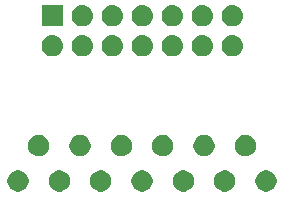
<source format=gbr>
G04 #@! TF.GenerationSoftware,KiCad,Pcbnew,(5.1.4-0-10_14)*
G04 #@! TF.CreationDate,2020-01-20T15:07:35+01:00*
G04 #@! TF.ProjectId,SIOSocket,53494f53-6f63-46b6-9574-2e6b69636164,rev?*
G04 #@! TF.SameCoordinates,Original*
G04 #@! TF.FileFunction,Soldermask,Bot*
G04 #@! TF.FilePolarity,Negative*
%FSLAX46Y46*%
G04 Gerber Fmt 4.6, Leading zero omitted, Abs format (unit mm)*
G04 Created by KiCad (PCBNEW (5.1.4-0-10_14)) date 2020-01-20 15:07:35*
%MOMM*%
%LPD*%
G04 APERTURE LIST*
%ADD10C,0.100000*%
G04 APERTURE END LIST*
D10*
G36*
X158413512Y-99603927D02*
G01*
X158562812Y-99633624D01*
X158726784Y-99701544D01*
X158874354Y-99800147D01*
X158999853Y-99925646D01*
X159098456Y-100073216D01*
X159166376Y-100237188D01*
X159201000Y-100411259D01*
X159201000Y-100588741D01*
X159166376Y-100762812D01*
X159098456Y-100926784D01*
X158999853Y-101074354D01*
X158874354Y-101199853D01*
X158726784Y-101298456D01*
X158562812Y-101366376D01*
X158413512Y-101396073D01*
X158388742Y-101401000D01*
X158211258Y-101401000D01*
X158186488Y-101396073D01*
X158037188Y-101366376D01*
X157873216Y-101298456D01*
X157725646Y-101199853D01*
X157600147Y-101074354D01*
X157501544Y-100926784D01*
X157433624Y-100762812D01*
X157399000Y-100588741D01*
X157399000Y-100411259D01*
X157433624Y-100237188D01*
X157501544Y-100073216D01*
X157600147Y-99925646D01*
X157725646Y-99800147D01*
X157873216Y-99701544D01*
X158037188Y-99633624D01*
X158186488Y-99603927D01*
X158211258Y-99599000D01*
X158388742Y-99599000D01*
X158413512Y-99603927D01*
X158413512Y-99603927D01*
G37*
G36*
X154913512Y-99603927D02*
G01*
X155062812Y-99633624D01*
X155226784Y-99701544D01*
X155374354Y-99800147D01*
X155499853Y-99925646D01*
X155598456Y-100073216D01*
X155666376Y-100237188D01*
X155701000Y-100411259D01*
X155701000Y-100588741D01*
X155666376Y-100762812D01*
X155598456Y-100926784D01*
X155499853Y-101074354D01*
X155374354Y-101199853D01*
X155226784Y-101298456D01*
X155062812Y-101366376D01*
X154913512Y-101396073D01*
X154888742Y-101401000D01*
X154711258Y-101401000D01*
X154686488Y-101396073D01*
X154537188Y-101366376D01*
X154373216Y-101298456D01*
X154225646Y-101199853D01*
X154100147Y-101074354D01*
X154001544Y-100926784D01*
X153933624Y-100762812D01*
X153899000Y-100588741D01*
X153899000Y-100411259D01*
X153933624Y-100237188D01*
X154001544Y-100073216D01*
X154100147Y-99925646D01*
X154225646Y-99800147D01*
X154373216Y-99701544D01*
X154537188Y-99633624D01*
X154686488Y-99603927D01*
X154711258Y-99599000D01*
X154888742Y-99599000D01*
X154913512Y-99603927D01*
X154913512Y-99603927D01*
G37*
G36*
X151413512Y-99603927D02*
G01*
X151562812Y-99633624D01*
X151726784Y-99701544D01*
X151874354Y-99800147D01*
X151999853Y-99925646D01*
X152098456Y-100073216D01*
X152166376Y-100237188D01*
X152201000Y-100411259D01*
X152201000Y-100588741D01*
X152166376Y-100762812D01*
X152098456Y-100926784D01*
X151999853Y-101074354D01*
X151874354Y-101199853D01*
X151726784Y-101298456D01*
X151562812Y-101366376D01*
X151413512Y-101396073D01*
X151388742Y-101401000D01*
X151211258Y-101401000D01*
X151186488Y-101396073D01*
X151037188Y-101366376D01*
X150873216Y-101298456D01*
X150725646Y-101199853D01*
X150600147Y-101074354D01*
X150501544Y-100926784D01*
X150433624Y-100762812D01*
X150399000Y-100588741D01*
X150399000Y-100411259D01*
X150433624Y-100237188D01*
X150501544Y-100073216D01*
X150600147Y-99925646D01*
X150725646Y-99800147D01*
X150873216Y-99701544D01*
X151037188Y-99633624D01*
X151186488Y-99603927D01*
X151211258Y-99599000D01*
X151388742Y-99599000D01*
X151413512Y-99603927D01*
X151413512Y-99603927D01*
G37*
G36*
X147913512Y-99603927D02*
G01*
X148062812Y-99633624D01*
X148226784Y-99701544D01*
X148374354Y-99800147D01*
X148499853Y-99925646D01*
X148598456Y-100073216D01*
X148666376Y-100237188D01*
X148701000Y-100411259D01*
X148701000Y-100588741D01*
X148666376Y-100762812D01*
X148598456Y-100926784D01*
X148499853Y-101074354D01*
X148374354Y-101199853D01*
X148226784Y-101298456D01*
X148062812Y-101366376D01*
X147913512Y-101396073D01*
X147888742Y-101401000D01*
X147711258Y-101401000D01*
X147686488Y-101396073D01*
X147537188Y-101366376D01*
X147373216Y-101298456D01*
X147225646Y-101199853D01*
X147100147Y-101074354D01*
X147001544Y-100926784D01*
X146933624Y-100762812D01*
X146899000Y-100588741D01*
X146899000Y-100411259D01*
X146933624Y-100237188D01*
X147001544Y-100073216D01*
X147100147Y-99925646D01*
X147225646Y-99800147D01*
X147373216Y-99701544D01*
X147537188Y-99633624D01*
X147686488Y-99603927D01*
X147711258Y-99599000D01*
X147888742Y-99599000D01*
X147913512Y-99603927D01*
X147913512Y-99603927D01*
G37*
G36*
X144413512Y-99603927D02*
G01*
X144562812Y-99633624D01*
X144726784Y-99701544D01*
X144874354Y-99800147D01*
X144999853Y-99925646D01*
X145098456Y-100073216D01*
X145166376Y-100237188D01*
X145201000Y-100411259D01*
X145201000Y-100588741D01*
X145166376Y-100762812D01*
X145098456Y-100926784D01*
X144999853Y-101074354D01*
X144874354Y-101199853D01*
X144726784Y-101298456D01*
X144562812Y-101366376D01*
X144413512Y-101396073D01*
X144388742Y-101401000D01*
X144211258Y-101401000D01*
X144186488Y-101396073D01*
X144037188Y-101366376D01*
X143873216Y-101298456D01*
X143725646Y-101199853D01*
X143600147Y-101074354D01*
X143501544Y-100926784D01*
X143433624Y-100762812D01*
X143399000Y-100588741D01*
X143399000Y-100411259D01*
X143433624Y-100237188D01*
X143501544Y-100073216D01*
X143600147Y-99925646D01*
X143725646Y-99800147D01*
X143873216Y-99701544D01*
X144037188Y-99633624D01*
X144186488Y-99603927D01*
X144211258Y-99599000D01*
X144388742Y-99599000D01*
X144413512Y-99603927D01*
X144413512Y-99603927D01*
G37*
G36*
X140913512Y-99603927D02*
G01*
X141062812Y-99633624D01*
X141226784Y-99701544D01*
X141374354Y-99800147D01*
X141499853Y-99925646D01*
X141598456Y-100073216D01*
X141666376Y-100237188D01*
X141701000Y-100411259D01*
X141701000Y-100588741D01*
X141666376Y-100762812D01*
X141598456Y-100926784D01*
X141499853Y-101074354D01*
X141374354Y-101199853D01*
X141226784Y-101298456D01*
X141062812Y-101366376D01*
X140913512Y-101396073D01*
X140888742Y-101401000D01*
X140711258Y-101401000D01*
X140686488Y-101396073D01*
X140537188Y-101366376D01*
X140373216Y-101298456D01*
X140225646Y-101199853D01*
X140100147Y-101074354D01*
X140001544Y-100926784D01*
X139933624Y-100762812D01*
X139899000Y-100588741D01*
X139899000Y-100411259D01*
X139933624Y-100237188D01*
X140001544Y-100073216D01*
X140100147Y-99925646D01*
X140225646Y-99800147D01*
X140373216Y-99701544D01*
X140537188Y-99633624D01*
X140686488Y-99603927D01*
X140711258Y-99599000D01*
X140888742Y-99599000D01*
X140913512Y-99603927D01*
X140913512Y-99603927D01*
G37*
G36*
X137413512Y-99603927D02*
G01*
X137562812Y-99633624D01*
X137726784Y-99701544D01*
X137874354Y-99800147D01*
X137999853Y-99925646D01*
X138098456Y-100073216D01*
X138166376Y-100237188D01*
X138201000Y-100411259D01*
X138201000Y-100588741D01*
X138166376Y-100762812D01*
X138098456Y-100926784D01*
X137999853Y-101074354D01*
X137874354Y-101199853D01*
X137726784Y-101298456D01*
X137562812Y-101366376D01*
X137413512Y-101396073D01*
X137388742Y-101401000D01*
X137211258Y-101401000D01*
X137186488Y-101396073D01*
X137037188Y-101366376D01*
X136873216Y-101298456D01*
X136725646Y-101199853D01*
X136600147Y-101074354D01*
X136501544Y-100926784D01*
X136433624Y-100762812D01*
X136399000Y-100588741D01*
X136399000Y-100411259D01*
X136433624Y-100237188D01*
X136501544Y-100073216D01*
X136600147Y-99925646D01*
X136725646Y-99800147D01*
X136873216Y-99701544D01*
X137037188Y-99633624D01*
X137186488Y-99603927D01*
X137211258Y-99599000D01*
X137388742Y-99599000D01*
X137413512Y-99603927D01*
X137413512Y-99603927D01*
G37*
G36*
X139163512Y-96603927D02*
G01*
X139312812Y-96633624D01*
X139476784Y-96701544D01*
X139624354Y-96800147D01*
X139749853Y-96925646D01*
X139848456Y-97073216D01*
X139916376Y-97237188D01*
X139951000Y-97411259D01*
X139951000Y-97588741D01*
X139916376Y-97762812D01*
X139848456Y-97926784D01*
X139749853Y-98074354D01*
X139624354Y-98199853D01*
X139476784Y-98298456D01*
X139312812Y-98366376D01*
X139163512Y-98396073D01*
X139138742Y-98401000D01*
X138961258Y-98401000D01*
X138936488Y-98396073D01*
X138787188Y-98366376D01*
X138623216Y-98298456D01*
X138475646Y-98199853D01*
X138350147Y-98074354D01*
X138251544Y-97926784D01*
X138183624Y-97762812D01*
X138149000Y-97588741D01*
X138149000Y-97411259D01*
X138183624Y-97237188D01*
X138251544Y-97073216D01*
X138350147Y-96925646D01*
X138475646Y-96800147D01*
X138623216Y-96701544D01*
X138787188Y-96633624D01*
X138936488Y-96603927D01*
X138961258Y-96599000D01*
X139138742Y-96599000D01*
X139163512Y-96603927D01*
X139163512Y-96603927D01*
G37*
G36*
X156663512Y-96603927D02*
G01*
X156812812Y-96633624D01*
X156976784Y-96701544D01*
X157124354Y-96800147D01*
X157249853Y-96925646D01*
X157348456Y-97073216D01*
X157416376Y-97237188D01*
X157451000Y-97411259D01*
X157451000Y-97588741D01*
X157416376Y-97762812D01*
X157348456Y-97926784D01*
X157249853Y-98074354D01*
X157124354Y-98199853D01*
X156976784Y-98298456D01*
X156812812Y-98366376D01*
X156663512Y-98396073D01*
X156638742Y-98401000D01*
X156461258Y-98401000D01*
X156436488Y-98396073D01*
X156287188Y-98366376D01*
X156123216Y-98298456D01*
X155975646Y-98199853D01*
X155850147Y-98074354D01*
X155751544Y-97926784D01*
X155683624Y-97762812D01*
X155649000Y-97588741D01*
X155649000Y-97411259D01*
X155683624Y-97237188D01*
X155751544Y-97073216D01*
X155850147Y-96925646D01*
X155975646Y-96800147D01*
X156123216Y-96701544D01*
X156287188Y-96633624D01*
X156436488Y-96603927D01*
X156461258Y-96599000D01*
X156638742Y-96599000D01*
X156663512Y-96603927D01*
X156663512Y-96603927D01*
G37*
G36*
X153163512Y-96603927D02*
G01*
X153312812Y-96633624D01*
X153476784Y-96701544D01*
X153624354Y-96800147D01*
X153749853Y-96925646D01*
X153848456Y-97073216D01*
X153916376Y-97237188D01*
X153951000Y-97411259D01*
X153951000Y-97588741D01*
X153916376Y-97762812D01*
X153848456Y-97926784D01*
X153749853Y-98074354D01*
X153624354Y-98199853D01*
X153476784Y-98298456D01*
X153312812Y-98366376D01*
X153163512Y-98396073D01*
X153138742Y-98401000D01*
X152961258Y-98401000D01*
X152936488Y-98396073D01*
X152787188Y-98366376D01*
X152623216Y-98298456D01*
X152475646Y-98199853D01*
X152350147Y-98074354D01*
X152251544Y-97926784D01*
X152183624Y-97762812D01*
X152149000Y-97588741D01*
X152149000Y-97411259D01*
X152183624Y-97237188D01*
X152251544Y-97073216D01*
X152350147Y-96925646D01*
X152475646Y-96800147D01*
X152623216Y-96701544D01*
X152787188Y-96633624D01*
X152936488Y-96603927D01*
X152961258Y-96599000D01*
X153138742Y-96599000D01*
X153163512Y-96603927D01*
X153163512Y-96603927D01*
G37*
G36*
X149663512Y-96603927D02*
G01*
X149812812Y-96633624D01*
X149976784Y-96701544D01*
X150124354Y-96800147D01*
X150249853Y-96925646D01*
X150348456Y-97073216D01*
X150416376Y-97237188D01*
X150451000Y-97411259D01*
X150451000Y-97588741D01*
X150416376Y-97762812D01*
X150348456Y-97926784D01*
X150249853Y-98074354D01*
X150124354Y-98199853D01*
X149976784Y-98298456D01*
X149812812Y-98366376D01*
X149663512Y-98396073D01*
X149638742Y-98401000D01*
X149461258Y-98401000D01*
X149436488Y-98396073D01*
X149287188Y-98366376D01*
X149123216Y-98298456D01*
X148975646Y-98199853D01*
X148850147Y-98074354D01*
X148751544Y-97926784D01*
X148683624Y-97762812D01*
X148649000Y-97588741D01*
X148649000Y-97411259D01*
X148683624Y-97237188D01*
X148751544Y-97073216D01*
X148850147Y-96925646D01*
X148975646Y-96800147D01*
X149123216Y-96701544D01*
X149287188Y-96633624D01*
X149436488Y-96603927D01*
X149461258Y-96599000D01*
X149638742Y-96599000D01*
X149663512Y-96603927D01*
X149663512Y-96603927D01*
G37*
G36*
X146163512Y-96603927D02*
G01*
X146312812Y-96633624D01*
X146476784Y-96701544D01*
X146624354Y-96800147D01*
X146749853Y-96925646D01*
X146848456Y-97073216D01*
X146916376Y-97237188D01*
X146951000Y-97411259D01*
X146951000Y-97588741D01*
X146916376Y-97762812D01*
X146848456Y-97926784D01*
X146749853Y-98074354D01*
X146624354Y-98199853D01*
X146476784Y-98298456D01*
X146312812Y-98366376D01*
X146163512Y-98396073D01*
X146138742Y-98401000D01*
X145961258Y-98401000D01*
X145936488Y-98396073D01*
X145787188Y-98366376D01*
X145623216Y-98298456D01*
X145475646Y-98199853D01*
X145350147Y-98074354D01*
X145251544Y-97926784D01*
X145183624Y-97762812D01*
X145149000Y-97588741D01*
X145149000Y-97411259D01*
X145183624Y-97237188D01*
X145251544Y-97073216D01*
X145350147Y-96925646D01*
X145475646Y-96800147D01*
X145623216Y-96701544D01*
X145787188Y-96633624D01*
X145936488Y-96603927D01*
X145961258Y-96599000D01*
X146138742Y-96599000D01*
X146163512Y-96603927D01*
X146163512Y-96603927D01*
G37*
G36*
X142663512Y-96603927D02*
G01*
X142812812Y-96633624D01*
X142976784Y-96701544D01*
X143124354Y-96800147D01*
X143249853Y-96925646D01*
X143348456Y-97073216D01*
X143416376Y-97237188D01*
X143451000Y-97411259D01*
X143451000Y-97588741D01*
X143416376Y-97762812D01*
X143348456Y-97926784D01*
X143249853Y-98074354D01*
X143124354Y-98199853D01*
X142976784Y-98298456D01*
X142812812Y-98366376D01*
X142663512Y-98396073D01*
X142638742Y-98401000D01*
X142461258Y-98401000D01*
X142436488Y-98396073D01*
X142287188Y-98366376D01*
X142123216Y-98298456D01*
X141975646Y-98199853D01*
X141850147Y-98074354D01*
X141751544Y-97926784D01*
X141683624Y-97762812D01*
X141649000Y-97588741D01*
X141649000Y-97411259D01*
X141683624Y-97237188D01*
X141751544Y-97073216D01*
X141850147Y-96925646D01*
X141975646Y-96800147D01*
X142123216Y-96701544D01*
X142287188Y-96633624D01*
X142436488Y-96603927D01*
X142461258Y-96599000D01*
X142638742Y-96599000D01*
X142663512Y-96603927D01*
X142663512Y-96603927D01*
G37*
G36*
X150470442Y-88145518D02*
G01*
X150536627Y-88152037D01*
X150706466Y-88203557D01*
X150862991Y-88287222D01*
X150898729Y-88316552D01*
X151000186Y-88399814D01*
X151083448Y-88501271D01*
X151112778Y-88537009D01*
X151196443Y-88693534D01*
X151247963Y-88863373D01*
X151265359Y-89040000D01*
X151247963Y-89216627D01*
X151196443Y-89386466D01*
X151112778Y-89542991D01*
X151083448Y-89578729D01*
X151000186Y-89680186D01*
X150898729Y-89763448D01*
X150862991Y-89792778D01*
X150706466Y-89876443D01*
X150536627Y-89927963D01*
X150470442Y-89934482D01*
X150404260Y-89941000D01*
X150315740Y-89941000D01*
X150249558Y-89934482D01*
X150183373Y-89927963D01*
X150013534Y-89876443D01*
X149857009Y-89792778D01*
X149821271Y-89763448D01*
X149719814Y-89680186D01*
X149636552Y-89578729D01*
X149607222Y-89542991D01*
X149523557Y-89386466D01*
X149472037Y-89216627D01*
X149454641Y-89040000D01*
X149472037Y-88863373D01*
X149523557Y-88693534D01*
X149607222Y-88537009D01*
X149636552Y-88501271D01*
X149719814Y-88399814D01*
X149821271Y-88316552D01*
X149857009Y-88287222D01*
X150013534Y-88203557D01*
X150183373Y-88152037D01*
X150249558Y-88145518D01*
X150315740Y-88139000D01*
X150404260Y-88139000D01*
X150470442Y-88145518D01*
X150470442Y-88145518D01*
G37*
G36*
X153010442Y-88145518D02*
G01*
X153076627Y-88152037D01*
X153246466Y-88203557D01*
X153402991Y-88287222D01*
X153438729Y-88316552D01*
X153540186Y-88399814D01*
X153623448Y-88501271D01*
X153652778Y-88537009D01*
X153736443Y-88693534D01*
X153787963Y-88863373D01*
X153805359Y-89040000D01*
X153787963Y-89216627D01*
X153736443Y-89386466D01*
X153652778Y-89542991D01*
X153623448Y-89578729D01*
X153540186Y-89680186D01*
X153438729Y-89763448D01*
X153402991Y-89792778D01*
X153246466Y-89876443D01*
X153076627Y-89927963D01*
X153010442Y-89934482D01*
X152944260Y-89941000D01*
X152855740Y-89941000D01*
X152789558Y-89934482D01*
X152723373Y-89927963D01*
X152553534Y-89876443D01*
X152397009Y-89792778D01*
X152361271Y-89763448D01*
X152259814Y-89680186D01*
X152176552Y-89578729D01*
X152147222Y-89542991D01*
X152063557Y-89386466D01*
X152012037Y-89216627D01*
X151994641Y-89040000D01*
X152012037Y-88863373D01*
X152063557Y-88693534D01*
X152147222Y-88537009D01*
X152176552Y-88501271D01*
X152259814Y-88399814D01*
X152361271Y-88316552D01*
X152397009Y-88287222D01*
X152553534Y-88203557D01*
X152723373Y-88152037D01*
X152789558Y-88145518D01*
X152855740Y-88139000D01*
X152944260Y-88139000D01*
X153010442Y-88145518D01*
X153010442Y-88145518D01*
G37*
G36*
X155550442Y-88145518D02*
G01*
X155616627Y-88152037D01*
X155786466Y-88203557D01*
X155942991Y-88287222D01*
X155978729Y-88316552D01*
X156080186Y-88399814D01*
X156163448Y-88501271D01*
X156192778Y-88537009D01*
X156276443Y-88693534D01*
X156327963Y-88863373D01*
X156345359Y-89040000D01*
X156327963Y-89216627D01*
X156276443Y-89386466D01*
X156192778Y-89542991D01*
X156163448Y-89578729D01*
X156080186Y-89680186D01*
X155978729Y-89763448D01*
X155942991Y-89792778D01*
X155786466Y-89876443D01*
X155616627Y-89927963D01*
X155550442Y-89934482D01*
X155484260Y-89941000D01*
X155395740Y-89941000D01*
X155329558Y-89934482D01*
X155263373Y-89927963D01*
X155093534Y-89876443D01*
X154937009Y-89792778D01*
X154901271Y-89763448D01*
X154799814Y-89680186D01*
X154716552Y-89578729D01*
X154687222Y-89542991D01*
X154603557Y-89386466D01*
X154552037Y-89216627D01*
X154534641Y-89040000D01*
X154552037Y-88863373D01*
X154603557Y-88693534D01*
X154687222Y-88537009D01*
X154716552Y-88501271D01*
X154799814Y-88399814D01*
X154901271Y-88316552D01*
X154937009Y-88287222D01*
X155093534Y-88203557D01*
X155263373Y-88152037D01*
X155329558Y-88145518D01*
X155395740Y-88139000D01*
X155484260Y-88139000D01*
X155550442Y-88145518D01*
X155550442Y-88145518D01*
G37*
G36*
X140310442Y-88145518D02*
G01*
X140376627Y-88152037D01*
X140546466Y-88203557D01*
X140702991Y-88287222D01*
X140738729Y-88316552D01*
X140840186Y-88399814D01*
X140923448Y-88501271D01*
X140952778Y-88537009D01*
X141036443Y-88693534D01*
X141087963Y-88863373D01*
X141105359Y-89040000D01*
X141087963Y-89216627D01*
X141036443Y-89386466D01*
X140952778Y-89542991D01*
X140923448Y-89578729D01*
X140840186Y-89680186D01*
X140738729Y-89763448D01*
X140702991Y-89792778D01*
X140546466Y-89876443D01*
X140376627Y-89927963D01*
X140310442Y-89934482D01*
X140244260Y-89941000D01*
X140155740Y-89941000D01*
X140089558Y-89934482D01*
X140023373Y-89927963D01*
X139853534Y-89876443D01*
X139697009Y-89792778D01*
X139661271Y-89763448D01*
X139559814Y-89680186D01*
X139476552Y-89578729D01*
X139447222Y-89542991D01*
X139363557Y-89386466D01*
X139312037Y-89216627D01*
X139294641Y-89040000D01*
X139312037Y-88863373D01*
X139363557Y-88693534D01*
X139447222Y-88537009D01*
X139476552Y-88501271D01*
X139559814Y-88399814D01*
X139661271Y-88316552D01*
X139697009Y-88287222D01*
X139853534Y-88203557D01*
X140023373Y-88152037D01*
X140089558Y-88145518D01*
X140155740Y-88139000D01*
X140244260Y-88139000D01*
X140310442Y-88145518D01*
X140310442Y-88145518D01*
G37*
G36*
X142850442Y-88145518D02*
G01*
X142916627Y-88152037D01*
X143086466Y-88203557D01*
X143242991Y-88287222D01*
X143278729Y-88316552D01*
X143380186Y-88399814D01*
X143463448Y-88501271D01*
X143492778Y-88537009D01*
X143576443Y-88693534D01*
X143627963Y-88863373D01*
X143645359Y-89040000D01*
X143627963Y-89216627D01*
X143576443Y-89386466D01*
X143492778Y-89542991D01*
X143463448Y-89578729D01*
X143380186Y-89680186D01*
X143278729Y-89763448D01*
X143242991Y-89792778D01*
X143086466Y-89876443D01*
X142916627Y-89927963D01*
X142850442Y-89934482D01*
X142784260Y-89941000D01*
X142695740Y-89941000D01*
X142629558Y-89934482D01*
X142563373Y-89927963D01*
X142393534Y-89876443D01*
X142237009Y-89792778D01*
X142201271Y-89763448D01*
X142099814Y-89680186D01*
X142016552Y-89578729D01*
X141987222Y-89542991D01*
X141903557Y-89386466D01*
X141852037Y-89216627D01*
X141834641Y-89040000D01*
X141852037Y-88863373D01*
X141903557Y-88693534D01*
X141987222Y-88537009D01*
X142016552Y-88501271D01*
X142099814Y-88399814D01*
X142201271Y-88316552D01*
X142237009Y-88287222D01*
X142393534Y-88203557D01*
X142563373Y-88152037D01*
X142629558Y-88145518D01*
X142695740Y-88139000D01*
X142784260Y-88139000D01*
X142850442Y-88145518D01*
X142850442Y-88145518D01*
G37*
G36*
X145390442Y-88145518D02*
G01*
X145456627Y-88152037D01*
X145626466Y-88203557D01*
X145782991Y-88287222D01*
X145818729Y-88316552D01*
X145920186Y-88399814D01*
X146003448Y-88501271D01*
X146032778Y-88537009D01*
X146116443Y-88693534D01*
X146167963Y-88863373D01*
X146185359Y-89040000D01*
X146167963Y-89216627D01*
X146116443Y-89386466D01*
X146032778Y-89542991D01*
X146003448Y-89578729D01*
X145920186Y-89680186D01*
X145818729Y-89763448D01*
X145782991Y-89792778D01*
X145626466Y-89876443D01*
X145456627Y-89927963D01*
X145390442Y-89934482D01*
X145324260Y-89941000D01*
X145235740Y-89941000D01*
X145169558Y-89934482D01*
X145103373Y-89927963D01*
X144933534Y-89876443D01*
X144777009Y-89792778D01*
X144741271Y-89763448D01*
X144639814Y-89680186D01*
X144556552Y-89578729D01*
X144527222Y-89542991D01*
X144443557Y-89386466D01*
X144392037Y-89216627D01*
X144374641Y-89040000D01*
X144392037Y-88863373D01*
X144443557Y-88693534D01*
X144527222Y-88537009D01*
X144556552Y-88501271D01*
X144639814Y-88399814D01*
X144741271Y-88316552D01*
X144777009Y-88287222D01*
X144933534Y-88203557D01*
X145103373Y-88152037D01*
X145169558Y-88145518D01*
X145235740Y-88139000D01*
X145324260Y-88139000D01*
X145390442Y-88145518D01*
X145390442Y-88145518D01*
G37*
G36*
X147930442Y-88145518D02*
G01*
X147996627Y-88152037D01*
X148166466Y-88203557D01*
X148322991Y-88287222D01*
X148358729Y-88316552D01*
X148460186Y-88399814D01*
X148543448Y-88501271D01*
X148572778Y-88537009D01*
X148656443Y-88693534D01*
X148707963Y-88863373D01*
X148725359Y-89040000D01*
X148707963Y-89216627D01*
X148656443Y-89386466D01*
X148572778Y-89542991D01*
X148543448Y-89578729D01*
X148460186Y-89680186D01*
X148358729Y-89763448D01*
X148322991Y-89792778D01*
X148166466Y-89876443D01*
X147996627Y-89927963D01*
X147930442Y-89934482D01*
X147864260Y-89941000D01*
X147775740Y-89941000D01*
X147709558Y-89934482D01*
X147643373Y-89927963D01*
X147473534Y-89876443D01*
X147317009Y-89792778D01*
X147281271Y-89763448D01*
X147179814Y-89680186D01*
X147096552Y-89578729D01*
X147067222Y-89542991D01*
X146983557Y-89386466D01*
X146932037Y-89216627D01*
X146914641Y-89040000D01*
X146932037Y-88863373D01*
X146983557Y-88693534D01*
X147067222Y-88537009D01*
X147096552Y-88501271D01*
X147179814Y-88399814D01*
X147281271Y-88316552D01*
X147317009Y-88287222D01*
X147473534Y-88203557D01*
X147643373Y-88152037D01*
X147709558Y-88145518D01*
X147775740Y-88139000D01*
X147864260Y-88139000D01*
X147930442Y-88145518D01*
X147930442Y-88145518D01*
G37*
G36*
X142850443Y-85605519D02*
G01*
X142916627Y-85612037D01*
X143086466Y-85663557D01*
X143242991Y-85747222D01*
X143278729Y-85776552D01*
X143380186Y-85859814D01*
X143463448Y-85961271D01*
X143492778Y-85997009D01*
X143576443Y-86153534D01*
X143627963Y-86323373D01*
X143645359Y-86500000D01*
X143627963Y-86676627D01*
X143576443Y-86846466D01*
X143492778Y-87002991D01*
X143463448Y-87038729D01*
X143380186Y-87140186D01*
X143278729Y-87223448D01*
X143242991Y-87252778D01*
X143086466Y-87336443D01*
X142916627Y-87387963D01*
X142850442Y-87394482D01*
X142784260Y-87401000D01*
X142695740Y-87401000D01*
X142629558Y-87394482D01*
X142563373Y-87387963D01*
X142393534Y-87336443D01*
X142237009Y-87252778D01*
X142201271Y-87223448D01*
X142099814Y-87140186D01*
X142016552Y-87038729D01*
X141987222Y-87002991D01*
X141903557Y-86846466D01*
X141852037Y-86676627D01*
X141834641Y-86500000D01*
X141852037Y-86323373D01*
X141903557Y-86153534D01*
X141987222Y-85997009D01*
X142016552Y-85961271D01*
X142099814Y-85859814D01*
X142201271Y-85776552D01*
X142237009Y-85747222D01*
X142393534Y-85663557D01*
X142563373Y-85612037D01*
X142629557Y-85605519D01*
X142695740Y-85599000D01*
X142784260Y-85599000D01*
X142850443Y-85605519D01*
X142850443Y-85605519D01*
G37*
G36*
X145390443Y-85605519D02*
G01*
X145456627Y-85612037D01*
X145626466Y-85663557D01*
X145782991Y-85747222D01*
X145818729Y-85776552D01*
X145920186Y-85859814D01*
X146003448Y-85961271D01*
X146032778Y-85997009D01*
X146116443Y-86153534D01*
X146167963Y-86323373D01*
X146185359Y-86500000D01*
X146167963Y-86676627D01*
X146116443Y-86846466D01*
X146032778Y-87002991D01*
X146003448Y-87038729D01*
X145920186Y-87140186D01*
X145818729Y-87223448D01*
X145782991Y-87252778D01*
X145626466Y-87336443D01*
X145456627Y-87387963D01*
X145390442Y-87394482D01*
X145324260Y-87401000D01*
X145235740Y-87401000D01*
X145169558Y-87394482D01*
X145103373Y-87387963D01*
X144933534Y-87336443D01*
X144777009Y-87252778D01*
X144741271Y-87223448D01*
X144639814Y-87140186D01*
X144556552Y-87038729D01*
X144527222Y-87002991D01*
X144443557Y-86846466D01*
X144392037Y-86676627D01*
X144374641Y-86500000D01*
X144392037Y-86323373D01*
X144443557Y-86153534D01*
X144527222Y-85997009D01*
X144556552Y-85961271D01*
X144639814Y-85859814D01*
X144741271Y-85776552D01*
X144777009Y-85747222D01*
X144933534Y-85663557D01*
X145103373Y-85612037D01*
X145169557Y-85605519D01*
X145235740Y-85599000D01*
X145324260Y-85599000D01*
X145390443Y-85605519D01*
X145390443Y-85605519D01*
G37*
G36*
X147930443Y-85605519D02*
G01*
X147996627Y-85612037D01*
X148166466Y-85663557D01*
X148322991Y-85747222D01*
X148358729Y-85776552D01*
X148460186Y-85859814D01*
X148543448Y-85961271D01*
X148572778Y-85997009D01*
X148656443Y-86153534D01*
X148707963Y-86323373D01*
X148725359Y-86500000D01*
X148707963Y-86676627D01*
X148656443Y-86846466D01*
X148572778Y-87002991D01*
X148543448Y-87038729D01*
X148460186Y-87140186D01*
X148358729Y-87223448D01*
X148322991Y-87252778D01*
X148166466Y-87336443D01*
X147996627Y-87387963D01*
X147930442Y-87394482D01*
X147864260Y-87401000D01*
X147775740Y-87401000D01*
X147709558Y-87394482D01*
X147643373Y-87387963D01*
X147473534Y-87336443D01*
X147317009Y-87252778D01*
X147281271Y-87223448D01*
X147179814Y-87140186D01*
X147096552Y-87038729D01*
X147067222Y-87002991D01*
X146983557Y-86846466D01*
X146932037Y-86676627D01*
X146914641Y-86500000D01*
X146932037Y-86323373D01*
X146983557Y-86153534D01*
X147067222Y-85997009D01*
X147096552Y-85961271D01*
X147179814Y-85859814D01*
X147281271Y-85776552D01*
X147317009Y-85747222D01*
X147473534Y-85663557D01*
X147643373Y-85612037D01*
X147709557Y-85605519D01*
X147775740Y-85599000D01*
X147864260Y-85599000D01*
X147930443Y-85605519D01*
X147930443Y-85605519D01*
G37*
G36*
X150470443Y-85605519D02*
G01*
X150536627Y-85612037D01*
X150706466Y-85663557D01*
X150862991Y-85747222D01*
X150898729Y-85776552D01*
X151000186Y-85859814D01*
X151083448Y-85961271D01*
X151112778Y-85997009D01*
X151196443Y-86153534D01*
X151247963Y-86323373D01*
X151265359Y-86500000D01*
X151247963Y-86676627D01*
X151196443Y-86846466D01*
X151112778Y-87002991D01*
X151083448Y-87038729D01*
X151000186Y-87140186D01*
X150898729Y-87223448D01*
X150862991Y-87252778D01*
X150706466Y-87336443D01*
X150536627Y-87387963D01*
X150470442Y-87394482D01*
X150404260Y-87401000D01*
X150315740Y-87401000D01*
X150249558Y-87394482D01*
X150183373Y-87387963D01*
X150013534Y-87336443D01*
X149857009Y-87252778D01*
X149821271Y-87223448D01*
X149719814Y-87140186D01*
X149636552Y-87038729D01*
X149607222Y-87002991D01*
X149523557Y-86846466D01*
X149472037Y-86676627D01*
X149454641Y-86500000D01*
X149472037Y-86323373D01*
X149523557Y-86153534D01*
X149607222Y-85997009D01*
X149636552Y-85961271D01*
X149719814Y-85859814D01*
X149821271Y-85776552D01*
X149857009Y-85747222D01*
X150013534Y-85663557D01*
X150183373Y-85612037D01*
X150249557Y-85605519D01*
X150315740Y-85599000D01*
X150404260Y-85599000D01*
X150470443Y-85605519D01*
X150470443Y-85605519D01*
G37*
G36*
X153010443Y-85605519D02*
G01*
X153076627Y-85612037D01*
X153246466Y-85663557D01*
X153402991Y-85747222D01*
X153438729Y-85776552D01*
X153540186Y-85859814D01*
X153623448Y-85961271D01*
X153652778Y-85997009D01*
X153736443Y-86153534D01*
X153787963Y-86323373D01*
X153805359Y-86500000D01*
X153787963Y-86676627D01*
X153736443Y-86846466D01*
X153652778Y-87002991D01*
X153623448Y-87038729D01*
X153540186Y-87140186D01*
X153438729Y-87223448D01*
X153402991Y-87252778D01*
X153246466Y-87336443D01*
X153076627Y-87387963D01*
X153010442Y-87394482D01*
X152944260Y-87401000D01*
X152855740Y-87401000D01*
X152789558Y-87394482D01*
X152723373Y-87387963D01*
X152553534Y-87336443D01*
X152397009Y-87252778D01*
X152361271Y-87223448D01*
X152259814Y-87140186D01*
X152176552Y-87038729D01*
X152147222Y-87002991D01*
X152063557Y-86846466D01*
X152012037Y-86676627D01*
X151994641Y-86500000D01*
X152012037Y-86323373D01*
X152063557Y-86153534D01*
X152147222Y-85997009D01*
X152176552Y-85961271D01*
X152259814Y-85859814D01*
X152361271Y-85776552D01*
X152397009Y-85747222D01*
X152553534Y-85663557D01*
X152723373Y-85612037D01*
X152789557Y-85605519D01*
X152855740Y-85599000D01*
X152944260Y-85599000D01*
X153010443Y-85605519D01*
X153010443Y-85605519D01*
G37*
G36*
X141101000Y-87401000D02*
G01*
X139299000Y-87401000D01*
X139299000Y-85599000D01*
X141101000Y-85599000D01*
X141101000Y-87401000D01*
X141101000Y-87401000D01*
G37*
G36*
X155550443Y-85605519D02*
G01*
X155616627Y-85612037D01*
X155786466Y-85663557D01*
X155942991Y-85747222D01*
X155978729Y-85776552D01*
X156080186Y-85859814D01*
X156163448Y-85961271D01*
X156192778Y-85997009D01*
X156276443Y-86153534D01*
X156327963Y-86323373D01*
X156345359Y-86500000D01*
X156327963Y-86676627D01*
X156276443Y-86846466D01*
X156192778Y-87002991D01*
X156163448Y-87038729D01*
X156080186Y-87140186D01*
X155978729Y-87223448D01*
X155942991Y-87252778D01*
X155786466Y-87336443D01*
X155616627Y-87387963D01*
X155550442Y-87394482D01*
X155484260Y-87401000D01*
X155395740Y-87401000D01*
X155329558Y-87394482D01*
X155263373Y-87387963D01*
X155093534Y-87336443D01*
X154937009Y-87252778D01*
X154901271Y-87223448D01*
X154799814Y-87140186D01*
X154716552Y-87038729D01*
X154687222Y-87002991D01*
X154603557Y-86846466D01*
X154552037Y-86676627D01*
X154534641Y-86500000D01*
X154552037Y-86323373D01*
X154603557Y-86153534D01*
X154687222Y-85997009D01*
X154716552Y-85961271D01*
X154799814Y-85859814D01*
X154901271Y-85776552D01*
X154937009Y-85747222D01*
X155093534Y-85663557D01*
X155263373Y-85612037D01*
X155329557Y-85605519D01*
X155395740Y-85599000D01*
X155484260Y-85599000D01*
X155550443Y-85605519D01*
X155550443Y-85605519D01*
G37*
M02*

</source>
